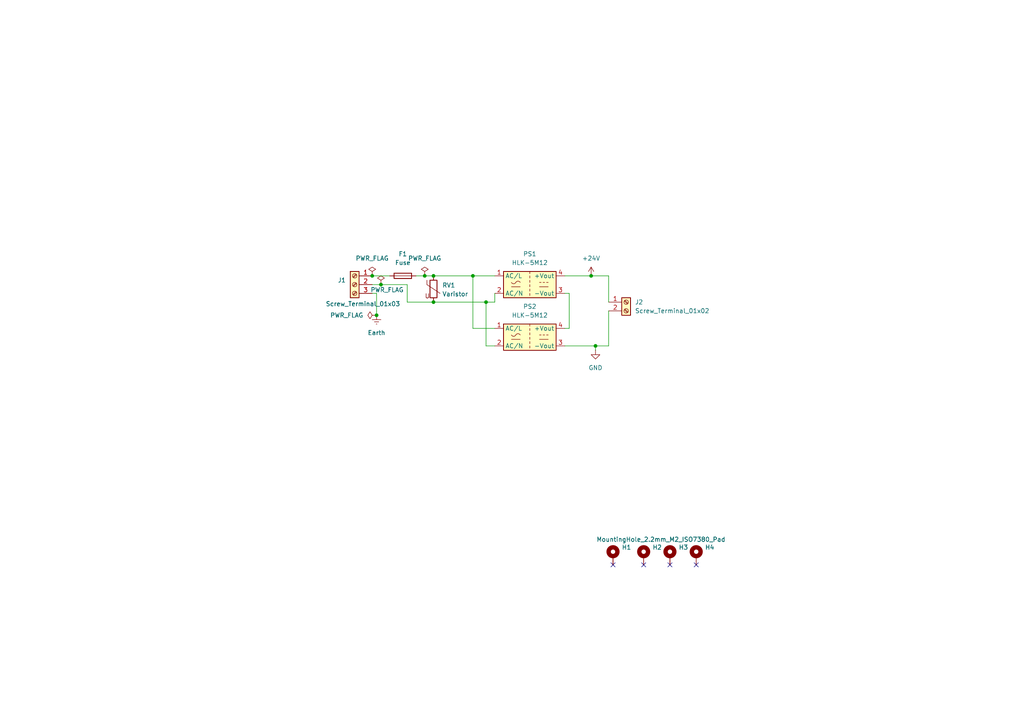
<source format=kicad_sch>
(kicad_sch (version 20250114) (generator "eeschema") (generator_version "9.0")
  (paper "A4")
  (title_block (title "Fuente 24 Volt") (company "Labtel"))
  (lib_symbols
    (symbol "Connector:Screw_Terminal_01x02" (pin_names (offset 1.016) (hide yes))
      (property "Reference" "J" (at 0 2.54 0))
      (property "Value" "Screw_Terminal_01x02" (at 0 -5.08 0))
      (symbol "Screw_Terminal_01x02_1_1"
        (rectangle (start -1.27 1.27) (end 1.27 -3.81) (stroke (width 0.254)) (fill (type background)))
        (polyline (pts (xy -0.5334 0.3302) (xy 0.3302 -0.508)) (stroke (width 0.1524)))
        (polyline (pts (xy -0.5334 -2.2098) (xy 0.3302 -3.048)) (stroke (width 0.1524)))
        (polyline (pts (xy -0.3556 0.508) (xy 0.508 -0.3302)) (stroke (width 0.1524)))
        (polyline (pts (xy -0.3556 -2.032) (xy 0.508 -2.8702)) (stroke (width 0.1524)))
        (circle (center 0 0) (radius 0.635) (stroke (width 0.1524)))
        (circle (center 0 -2.54) (radius 0.635) (stroke (width 0.1524)))
        (pin passive line (at -5.08 0 0) (length 3.81) (name "Pin_1") (number "1"))
        (pin passive line (at -5.08 -2.54 0) (length 3.81) (name "Pin_2") (number "2"))
      )
    )
    (symbol "Connector:Screw_Terminal_01x03" (pin_names (offset 1.016) (hide yes))
      (property "Reference" "J" (at 0 5.08 0))
      (property "Value" "Screw_Terminal_01x03" (at 0 -5.08 0))
      (symbol "Screw_Terminal_01x03_1_1"
        (rectangle (start -1.27 3.81) (end 1.27 -3.81) (stroke (width 0.254)) (fill (type background)))
        (polyline (pts (xy -0.5334 2.8702) (xy 0.3302 2.032)) (stroke (width 0.1524)))
        (polyline (pts (xy -0.5334 0.3302) (xy 0.3302 -0.508)) (stroke (width 0.1524)))
        (polyline (pts (xy -0.5334 -2.2098) (xy 0.3302 -3.048)) (stroke (width 0.1524)))
        (polyline (pts (xy -0.3556 3.048) (xy 0.508 2.2098)) (stroke (width 0.1524)))
        (polyline (pts (xy -0.3556 0.508) (xy 0.508 -0.3302)) (stroke (width 0.1524)))
        (polyline (pts (xy -0.3556 -2.032) (xy 0.508 -2.8702)) (stroke (width 0.1524)))
        (circle (center 0 2.54) (radius 0.635) (stroke (width 0.1524)))
        (circle (center 0 0) (radius 0.635) (stroke (width 0.1524)))
        (circle (center 0 -2.54) (radius 0.635) (stroke (width 0.1524)))
        (pin passive line (at -5.08 2.54 0) (length 3.81) (name "Pin_1") (number "1"))
        (pin passive line (at -5.08 0 0) (length 3.81) (name "Pin_2") (number "2"))
        (pin passive line (at -5.08 -2.54 0) (length 3.81) (name "Pin_3") (number "3"))
      )
    )
    (symbol "Converter_ACDC:HLK-5M12"
      (property "Reference" "PS" (at 0 5.08 0))
      (property "Value" "HLK-5M12" (at 0 -5.08 0))
      (symbol "HLK-5M12_0_1"
        (rectangle (start -7.62 3.81) (end 7.62 -3.81) (stroke (width 0.254)) (fill (type background)))
        (polyline (pts (xy -5.334 -0.635) (xy -2.794 -0.635)))
        (arc (start -4.064 0.635) (mid -4.699 0.2495) (end -5.334 0.635))
        (arc (start -4.064 0.635) (mid -3.429 1.0072) (end -2.794 0.635))
        (polyline (pts (xy 0 3.81) (xy 0 3.175)))
        (polyline (pts (xy 0 2.54) (xy 0 1.905)))
        (polyline (pts (xy 0 1.27) (xy 0 0.635)))
        (polyline (pts (xy 0 0) (xy 0 -0.635)))
        (polyline (pts (xy 0 -1.27) (xy 0 -1.905)))
        (polyline (pts (xy 0 -2.54) (xy 0 -3.175)))
        (polyline (pts (xy 2.794 0.635) (xy 3.302 0.635)))
        (polyline (pts (xy 2.794 -0.635) (xy 5.334 -0.635)))
        (polyline (pts (xy 3.81 0.635) (xy 4.318 0.635)))
        (polyline (pts (xy 4.826 0.635) (xy 5.334 0.635)))
      )
      (symbol "HLK-5M12_1_1"
        (pin power_in line (at -10.16 2.54 0) (length 2.54) (name "AC/L") (number "1"))
        (pin power_in line (at -10.16 -2.54 0) (length 2.54) (name "AC/N") (number "2"))
        (pin power_out line (at 10.16 2.54 180) (length 2.54) (name "+Vout") (number "4"))
        (pin power_out line (at 10.16 -2.54 180) (length 2.54) (name "-Vout") (number "3"))
      )
    )
    (symbol "Device:Fuse" (pin_numbers (hide yes)) (pin_names (offset 0))
      (property "Reference" "F" (at 2.032 0 90))
      (property "Value" "Fuse" (at -1.905 0 90))
      (symbol "Fuse_0_1"
        (rectangle (start -0.762 -2.54) (end 0.762 2.54) (stroke (width 0.254)))
        (polyline (pts (xy 0 2.54) (xy 0 -2.54)))
      )
      (symbol "Fuse_1_1"
        (pin passive line (at 0 3.81 270) (length 1.27) (name "~") (number "1"))
        (pin passive line (at 0 -3.81 90) (length 1.27) (name "~") (number "2"))
      )
    )
    (symbol "Device:Varistor" (pin_numbers (hide yes)) (pin_names (offset 0))
      (property "Reference" "RV" (at 3.175 0 90))
      (property "Value" "Varistor" (at -3.175 0 90))
      (symbol "Varistor_0_0"
        (text "U" (at -1.778 -2.032 0) (effects (font (size 1.27 1.27))))
      )
      (symbol "Varistor_0_1"
        (polyline (pts (xy -1.905 2.54) (xy -1.905 1.27) (xy 1.905 -1.27)))
        (rectangle (start -1.016 -2.54) (end 1.016 2.54) (stroke (width 0.254)))
      )
      (symbol "Varistor_1_1"
        (pin passive line (at 0 3.81 270) (length 1.27) (name "~") (number "1"))
        (pin passive line (at 0 -3.81 90) (length 1.27) (name "~") (number "2"))
      )
    )
    (symbol "Mechanical:MountingHole_Pad" (pin_numbers (hide yes)) (pin_names (offset 1.016) (hide yes)) (in_bom no)
      (property "Reference" "H" (at 0 6.35 0))
      (property "Value" "MountingHole_Pad" (at 0 4.445 0))
      (symbol "MountingHole_Pad_0_1"
        (circle (center 0 1.27) (radius 1.27) (stroke (width 1.27)))
      )
      (symbol "MountingHole_Pad_1_1"
        (pin input line (at 0 -2.54 90) (length 2.54) (name "1") (number "1"))
      )
    )
    (symbol "power:+24V" (power) (pin_numbers (hide yes)) (pin_names (offset 0) (hide yes))
      (property "Value" "+24V" (at 0 3.556 0))
      (symbol "+24V_0_1"
        (polyline (pts (xy -0.762 1.27) (xy 0 2.54)))
        (polyline (pts (xy 0 2.54) (xy 0.762 1.27)))
        (polyline (pts (xy 0 0) (xy 0 2.54)))
      )
      (symbol "+24V_1_1"
        (pin power_in line (at 0 0 90) (length 0) (name "~") (number "1"))
      )
    )
    (symbol "power:Earth" (power) (pin_numbers (hide yes)) (pin_names (offset 0) (hide yes))
      (property "Value" "Earth" (at 0 -3.81 0))
      (symbol "Earth_0_1"
        (polyline (pts (xy -0.635 -1.905) (xy 0.635 -1.905)))
        (polyline (pts (xy -0.127 -2.54) (xy 0.127 -2.54)))
        (polyline (pts (xy 0 -1.27) (xy 0 0)))
        (polyline (pts (xy 1.27 -1.27) (xy -1.27 -1.27)))
      )
      (symbol "Earth_1_1"
        (pin power_in line (at 0 0 270) (length 0) (name "~") (number "1"))
      )
    )
    (symbol "power:GND" (power) (pin_numbers (hide yes)) (pin_names (offset 0) (hide yes))
      (property "Value" "GND" (at 0 -3.81 0))
      (symbol "GND_0_1"
        (polyline (pts (xy 0 0) (xy 0 -1.27) (xy 1.27 -1.27) (xy 0 -2.54) (xy -1.27 -1.27) (xy 0 -1.27)))
      )
      (symbol "GND_1_1"
        (pin power_in line (at 0 0 270) (length 0) (name "~") (number "1"))
      )
    )
    (symbol "power:PWR_FLAG" (power) (pin_numbers (hide yes)) (pin_names (offset 0) (hide yes))
      (property "Value" "PWR_FLAG" (at 0 3.81 0))
      (symbol "PWR_FLAG_0_0"
        (pin power_out line (at 0 0 90) (length 0) (name "~") (number "1"))
      )
      (symbol "PWR_FLAG_0_1"
        (polyline (pts (xy 0 0) (xy 0 1.27) (xy -1.016 1.905) (xy 0 2.54) (xy 1.016 1.905) (xy 0 1.27)))
      )
    )
  )
  (junction (at 137.16 80.01))
  (junction (at 125.73 80.01))
  (junction (at 109.22 91.44))
  (junction (at 125.73 87.63))
  (junction (at 172.72 100.33))
  (junction (at 110.49 82.55))
  (junction (at 140.97 87.63))
  (junction (at 107.95 80.01))
  (junction (at 123.19 80.01))
  (junction (at 171.45 80.01))
  (no_connect (at 201.93 163.83))
  (no_connect (at 194.31 163.83))
  (no_connect (at 177.8 163.83))
  (no_connect (at 186.69 163.83))
  (wire (pts (xy 118.11 82.55) (xy 118.11 87.63)))
  (wire (pts (xy 137.16 80.01) (xy 143.51 80.01)))
  (wire (pts (xy 143.51 100.33) (xy 140.97 100.33)))
  (wire (pts (xy 120.65 80.01) (xy 123.19 80.01)))
  (wire (pts (xy 140.97 87.63) (xy 143.51 87.63)))
  (wire (pts (xy 163.83 80.01) (xy 171.45 80.01)))
  (wire (pts (xy 165.1 95.25) (xy 163.83 95.25)))
  (wire (pts (xy 107.95 80.01) (xy 113.03 80.01)))
  (wire (pts (xy 176.53 80.01) (xy 176.53 87.63)))
  (wire (pts (xy 172.72 101.6) (xy 172.72 100.33)))
  (wire (pts (xy 110.49 82.55) (xy 118.11 82.55)))
  (wire (pts (xy 123.19 80.01) (xy 125.73 80.01)))
  (wire (pts (xy 125.73 80.01) (xy 137.16 80.01)))
  (wire (pts (xy 125.73 87.63) (xy 140.97 87.63)))
  (wire (pts (xy 107.95 85.09) (xy 109.22 85.09)))
  (wire (pts (xy 171.45 80.01) (xy 176.53 80.01)))
  (wire (pts (xy 137.16 95.25) (xy 137.16 80.01)))
  (wire (pts (xy 118.11 87.63) (xy 125.73 87.63)))
  (wire (pts (xy 176.53 100.33) (xy 172.72 100.33)))
  (wire (pts (xy 109.22 85.09) (xy 109.22 91.44)))
  (wire (pts (xy 143.51 87.63) (xy 143.51 85.09)))
  (wire (pts (xy 107.95 82.55) (xy 110.49 82.55)))
  (wire (pts (xy 143.51 95.25) (xy 137.16 95.25)))
  (wire (pts (xy 140.97 100.33) (xy 140.97 87.63)))
  (wire (pts (xy 165.1 85.09) (xy 165.1 95.25)))
  (wire (pts (xy 163.83 85.09) (xy 165.1 85.09)))
  (wire (pts (xy 172.72 100.33) (xy 163.83 100.33)))
  (wire (pts (xy 176.53 90.17) (xy 176.53 100.33)))
  (symbol (lib_id "power:PWR_FLAG") (at 107.95 80.01 0) (unit 1)
    (property "Reference" "#FLG01" (effects (hide yes)))
    (property "Value" "PWR_FLAG" (at 107.95 74.93 0))
    (property "Description" "Special symbol for telling ERC where power comes from" (effects (hide yes)))
  )
  (symbol (lib_id "Converter_ACDC:HLK-5M12") (at 153.67 82.55 0) (unit 1)
    (property "Reference" "PS1" (at 153.67 73.66 0))
    (property "Value" "HLK-5M12" (at 153.67 76.2 0))
    (property "Footprint" "Converter_ACDC:Converter_ACDC_Hi-Link_HLK-5Mxx" (effects (hide yes)))
    (property "Datasheet" "http://h.hlktech.com/download/ACDC%E7%94%B5%E6%BA%90%E6%A8%A1%E5%9D%975W%E7%B3%BB%E5%88%97/1/%E6%B5%B7%E5%87%8C%E7%A7%915W%E7%B3%BB%E5%88%97%E7%94%B5%E6%BA%90%E6%A8%A1%E5%9D%97%E8%A7%84%E6%A0%BC%E4%B9%A6V2.8.pdf" (effects (hide yes)))
    (property "Description" "Compact AC/DC board mount power module 5W, 12V 0.420A" (effects (hide yes)))
  )
  (symbol (lib_id "Mechanical:MountingHole_Pad") (at 201.93 161.29 0) (unit 1) (in_bom no)
    (property "Reference" "H4" (at 204.47 158.7499 0) (effects (justify left)))
    (property "Value" "MountingHole_2.2mm_M2_ISO7380_Pad" (effects (hide yes)))
    (property "Footprint" "MountingHole:MountingHole_2.2mm_M2_ISO7380_Pad" (effects (hide yes)))
  )
  (symbol (lib_id "Mechanical:MountingHole_Pad") (at 177.8 161.29 0) (unit 1) (in_bom no)
    (property "Reference" "H1" (at 180.34 158.7499 0) (effects (justify left)))
    (property "Value" "MountingHole_2.2mm_M2_ISO7380_Pad" (effects (hide yes)))
    (property "Footprint" "MountingHole:MountingHole_2.2mm_M2_ISO7380_Pad" (effects (hide yes)))
  )
  (symbol (lib_id "Device:Varistor") (at 125.73 83.82 0) (unit 1)
    (property "Reference" "RV1" (at 128.27 82.7432 0) (effects (justify left)))
    (property "Value" "Varistor" (at 128.27 85.2832 0) (effects (justify left)))
    (property "Footprint" "Varistor:RV_Disc_D12mm_W4mm_P7.5mm" (effects (hide yes)))
    (property "Description" "Voltage dependent resistor" (effects (hide yes)))
    (property "Sim.Name" "kicad_builtin_varistor" (effects (hide yes)))
    (property "Sim.Device" "SUBCKT" (effects (hide yes)))
    (property "Sim.Pins" "1=A 2=B" (effects (hide yes)))
    (property "Sim.Params" "threshold=1k" (effects (hide yes)))
    (property "Sim.Library" "${KICAD9_SYMBOL_DIR}/Simulation_SPICE.sp" (effects (hide yes)))
  )
  (symbol (lib_id "Mechanical:MountingHole_Pad") (at 186.69 161.29 0) (unit 1) (in_bom no)
    (property "Reference" "H2" (at 189.23 158.7499 0) (effects (justify left)))
    (property "Value" "MountingHole_2.2mm_M2_ISO7380_Pad" (at 172.974 156.464 0) (effects (justify left)))
    (property "Footprint" "MountingHole:MountingHole_2.2mm_M2_ISO7380_Pad" (effects (hide yes)))
  )
  (symbol (lib_id "Converter_ACDC:HLK-5M12") (at 153.67 97.79 0) (unit 1)
    (property "Reference" "PS2" (at 153.67 88.9 0))
    (property "Value" "HLK-5M12" (at 153.67 91.44 0))
    (property "Footprint" "Converter_ACDC:Converter_ACDC_Hi-Link_HLK-5Mxx" (effects (hide yes)))
    (property "Datasheet" "http://h.hlktech.com/download/ACDC%E7%94%B5%E6%BA%90%E6%A8%A1%E5%9D%975W%E7%B3%BB%E5%88%97/1/%E6%B5%B7%E5%87%8C%E7%A7%915W%E7%B3%BB%E5%88%97%E7%94%B5%E6%BA%90%E6%A8%A1%E5%9D%97%E8%A7%84%E6%A0%BC%E4%B9%A6V2.8.pdf" (effects (hide yes)))
    (property "Description" "Compact AC/DC board mount power module 5W, 12V 0.420A" (effects (hide yes)))
  )
  (symbol (lib_id "power:GND") (at 172.72 101.6 0) (unit 1)
    (property "Reference" "#PWR03" (effects (hide yes)))
    (property "Value" "GND" (at 172.72 106.68 0))
    (property "Description" "Power symbol creates a global label with name \"GND\" , ground" (effects (hide yes)))
  )
  (symbol (lib_id "power:PWR_FLAG") (at 123.19 80.01 0) (unit 1)
    (property "Reference" "#FLG03" (effects (hide yes)))
    (property "Value" "PWR_FLAG" (at 123.19 74.93 0))
    (property "Description" "Special symbol for telling ERC where power comes from" (effects (hide yes)))
  )
  (symbol (lib_id "power:PWR_FLAG") (at 109.22 91.44 90) (unit 1)
    (property "Reference" "#FLG04" (effects (hide yes)))
    (property "Value" "PWR_FLAG" (at 105.41 91.4399 90) (effects (justify left)))
    (property "Description" "Special symbol for telling ERC where power comes from" (effects (hide yes)))
  )
  (symbol (lib_id "Connector:Screw_Terminal_01x02") (at 181.61 87.63 0) (unit 1)
    (property "Reference" "J2" (at 184.15 87.6299 0) (effects (justify left)))
    (property "Value" "Screw_Terminal_01x02" (at 184.15 90.1699 0) (effects (justify left)))
    (property "Footprint" "TerminalBlock:TerminalBlock_MaiXu_MX126-5.0-02P_1x02_P5.00mm" (effects (hide yes)))
    (property "Description" "Generic screw terminal, single row, 01x02, script generated (kicad-library-utils/schlib/autogen/connector/)" (effects (hide yes)))
  )
  (symbol (lib_id "Connector:Screw_Terminal_01x03") (at 102.87 82.55 0) (mirror y) (unit 1)
    (property "Reference" "J1" (at 100.33 81.2799 0) (effects (justify left)))
    (property "Value" "Screw_Terminal_01x03" (at 116.078 88.138 0) (effects (justify left)))
    (property "Footprint" "TerminalBlock:TerminalBlock_MaiXu_MX126-5.0-03P_1x03_P5.00mm" (effects (hide yes)))
    (property "Description" "Generic screw terminal, single row, 01x03, script generated (kicad-library-utils/schlib/autogen/connector/)" (effects (hide yes)))
  )
  (symbol (lib_id "Device:Fuse") (at 116.84 80.01 90) (unit 1)
    (property "Reference" "F1" (at 116.84 73.66 90))
    (property "Value" "Fuse" (at 116.84 76.2 90))
    (property "Footprint" "Fuse:Fuseholder_Cylinder-5x20mm_Schurter_0031_8201_Horizontal_Open" (effects (hide yes)))
    (property "Description" "Fuse" (effects (hide yes)))
  )
  (symbol (lib_id "power:+24V") (at 171.45 80.01 0) (unit 1)
    (property "Reference" "#PWR02" (effects (hide yes)))
    (property "Value" "+24V" (at 171.45 74.93 0))
    (property "Description" "Power symbol creates a global label with name \"+24V\"" (effects (hide yes)))
  )
  (symbol (lib_id "power:PWR_FLAG") (at 110.49 82.55 0) (unit 1)
    (property "Reference" "#FLG02" (effects (hide yes)))
    (property "Value" "PWR_FLAG" (at 112.268 84.074 0))
    (property "Description" "Special symbol for telling ERC where power comes from" (effects (hide yes)))
  )
  (symbol (lib_id "Mechanical:MountingHole_Pad") (at 194.31 161.29 0) (unit 1) (in_bom no)
    (property "Reference" "H3" (at 196.85 158.7499 0) (effects (justify left)))
    (property "Value" "MountingHole_2.2mm_M2_ISO7380_Pad" (effects (hide yes)))
    (property "Footprint" "MountingHole:MountingHole_2.2mm_M2_ISO7380_Pad" (effects (hide yes)))
  )
  (symbol (lib_id "power:Earth") (at 109.22 91.44 0) (unit 1)
    (property "Reference" "#PWR01" (effects (hide yes)))
    (property "Value" "Earth" (at 109.22 96.52 0))
    (property "Description" "Power symbol creates a global label with name \"Earth\"" (effects (hide yes)))
  )
)
</source>
